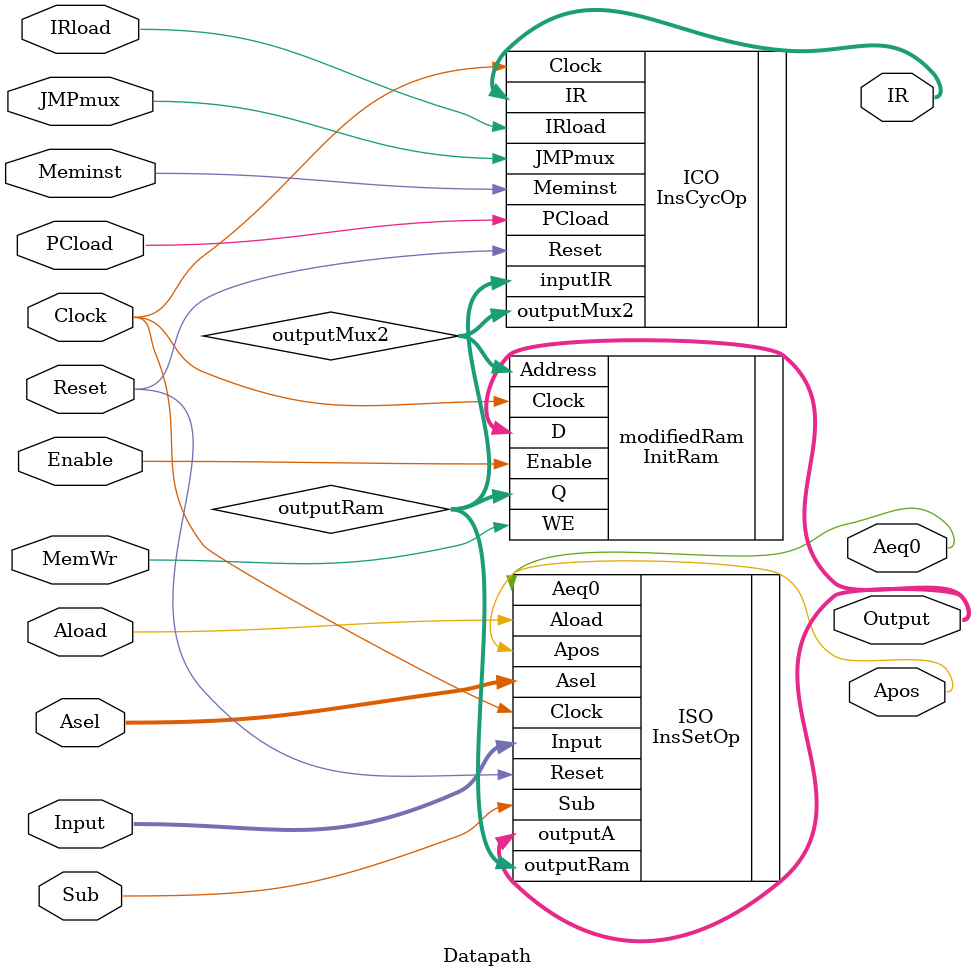
<source format=v>
module Datapath(
	input Clock, Reset, Enable, IRload, JMPmux, PCload, Meminst, MemWr, Aload, Sub,
	input [1:0]Asel, 
	input [7:0]Input,
	output Aeq0, Apos,
	output [7:5]IR,
	output [7:0]Output
);
	
	wire [4:0]outputMux2;
	wire [7:0]outputRam, outputAddSub;
	
	InsCycOp  ICO (.Clock(Clock), .Reset(Reset), .IRload(IRload), .JMPmux(JMPmux), .PCload(PCload), .Meminst(Meminst), .inputIR(outputRam), .IR(IR), .outputMux2(outputMux2));
	// MemoryRam RAM (.Clock(Clock), .WE(MemWr), .memAddr(outputMux2), .iDat(Output), .oDat(outputRam));
  InitRam modifiedRam (.Clock(Clock), .WE(MemWr), .Enable(Enable), .Address(outputMux2), .D(Output), .Q(outputRam));
	InsSetOp  ISO (.Clock(Clock), .Reset(Reset), .Aload(Aload), .Sub(Sub), .Asel(Asel), .Input(Input), 
				   .outputRam(outputRam), .outputA(Output), .Aeq0(Aeq0), .Apos(Apos));
	
endmodule 
</source>
